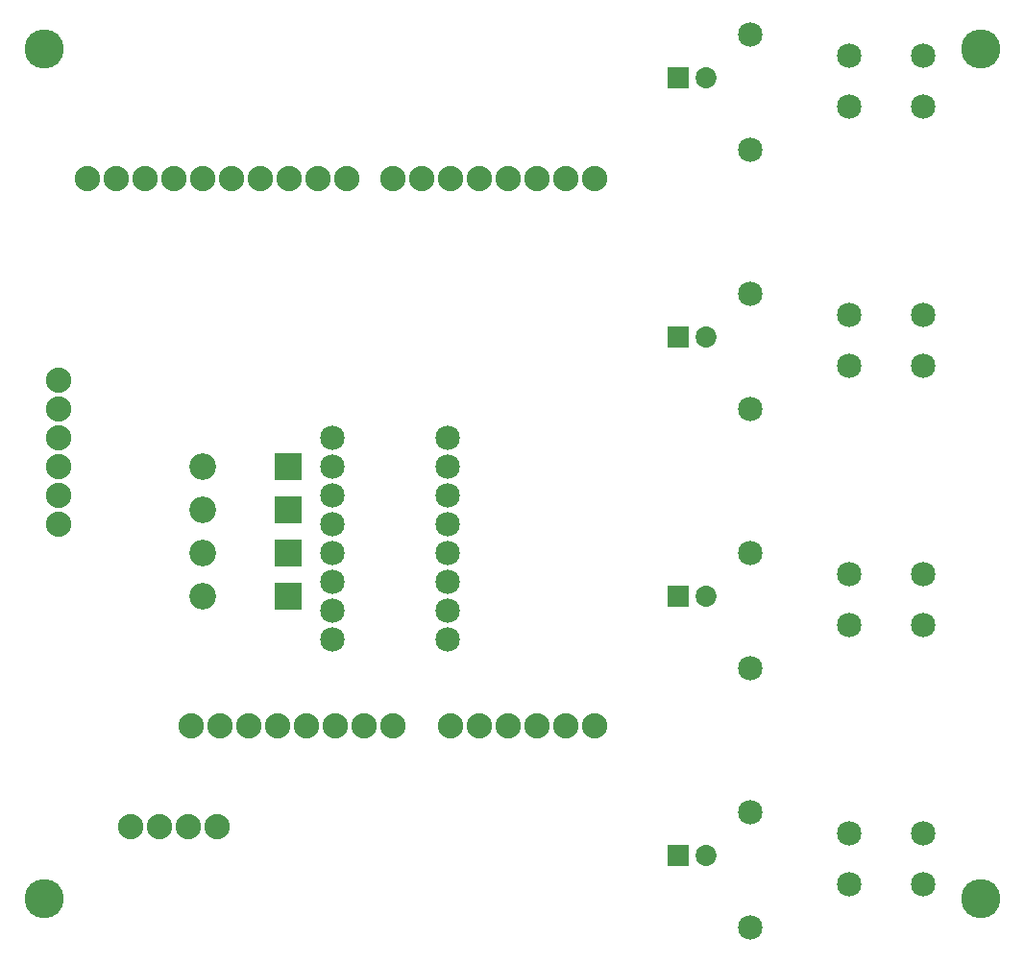
<source format=gbs>
G04 MADE WITH FRITZING*
G04 WWW.FRITZING.ORG*
G04 DOUBLE SIDED*
G04 HOLES PLATED*
G04 CONTOUR ON CENTER OF CONTOUR VECTOR*
%ASAXBY*%
%FSLAX23Y23*%
%MOIN*%
%OFA0B0*%
%SFA1.0B1.0*%
%ADD10C,0.085000*%
%ADD11C,0.072992*%
%ADD12C,0.092000*%
%ADD13C,0.088000*%
%ADD14C,0.135984*%
%ADD15R,0.072992X0.072992*%
%ADD16R,0.092000X0.092000*%
%LNMASK0*%
G90*
G70*
G54D10*
X2987Y415D03*
X3243Y415D03*
X2987Y238D03*
X3243Y238D03*
X2987Y1315D03*
X3243Y1315D03*
X2987Y1138D03*
X3243Y1138D03*
X2987Y2215D03*
X3243Y2215D03*
X2987Y2038D03*
X3243Y2038D03*
X2987Y3115D03*
X3243Y3115D03*
X2987Y2938D03*
X3243Y2938D03*
G54D11*
X2393Y338D03*
X2491Y338D03*
X2393Y1238D03*
X2491Y1238D03*
X2393Y2138D03*
X2491Y2138D03*
X2393Y3038D03*
X2491Y3038D03*
G54D10*
X2643Y88D03*
X2643Y488D03*
X2643Y988D03*
X2643Y1388D03*
X2643Y1888D03*
X2643Y2288D03*
X2643Y2788D03*
X2643Y3188D03*
G54D12*
X1041Y1238D03*
X743Y1238D03*
G54D10*
X1193Y1788D03*
X1593Y1788D03*
X1193Y1688D03*
X1593Y1688D03*
X1193Y1588D03*
X1593Y1588D03*
X1193Y1488D03*
X1593Y1488D03*
X1193Y1388D03*
X1593Y1388D03*
X1193Y1288D03*
X1593Y1288D03*
X1193Y1088D03*
X1593Y1088D03*
X1193Y1188D03*
X1593Y1188D03*
G54D13*
X243Y1988D03*
X243Y1888D03*
X243Y1788D03*
X243Y1688D03*
X243Y1488D03*
X243Y1588D03*
G54D12*
X1041Y1688D03*
X743Y1688D03*
X1041Y1538D03*
X743Y1538D03*
X1041Y1388D03*
X743Y1388D03*
G54D13*
X793Y438D03*
X693Y438D03*
X593Y438D03*
X493Y438D03*
X705Y788D03*
X805Y788D03*
X905Y788D03*
X1005Y788D03*
X1105Y788D03*
X1205Y788D03*
X1305Y788D03*
X1405Y788D03*
X1605Y788D03*
X1705Y788D03*
X1805Y788D03*
X1905Y788D03*
X2005Y788D03*
X2105Y788D03*
X2105Y2688D03*
X2005Y2688D03*
X1905Y2688D03*
X1805Y2688D03*
X1705Y2688D03*
X1605Y2688D03*
X1505Y2688D03*
X1405Y2688D03*
X1243Y2688D03*
X1143Y2688D03*
X1043Y2688D03*
X943Y2688D03*
X843Y2688D03*
X743Y2688D03*
X643Y2688D03*
X543Y2688D03*
X443Y2688D03*
X343Y2688D03*
G54D14*
X193Y188D03*
X193Y3138D03*
X3443Y188D03*
X3443Y3138D03*
G54D15*
X2393Y338D03*
X2393Y1238D03*
X2393Y2138D03*
X2393Y3038D03*
G54D16*
X1042Y1238D03*
X1042Y1688D03*
X1042Y1538D03*
X1042Y1388D03*
G04 End of Mask0*
M02*
</source>
